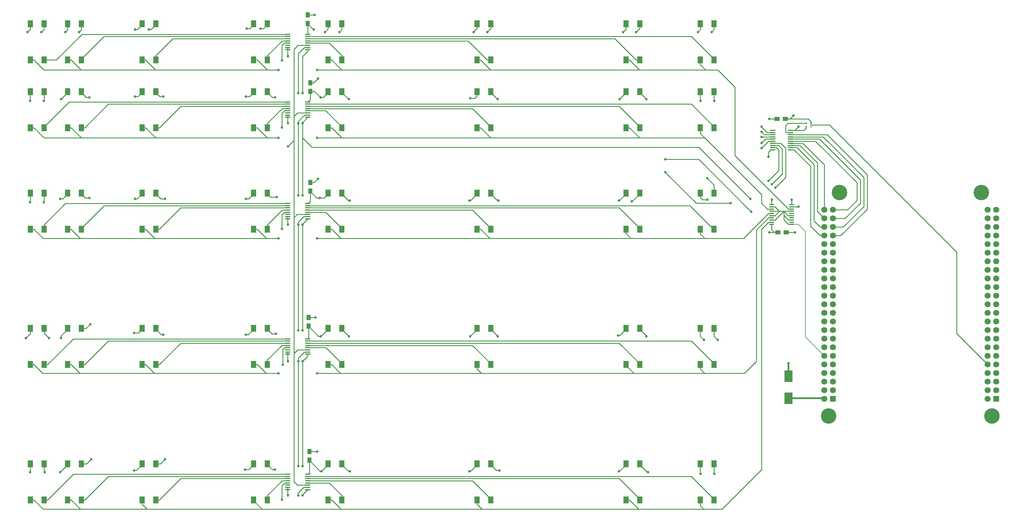
<source format=gtl>
G04 #@! TF.FileFunction,Copper,L1,Top,Signal*
%FSLAX46Y46*%
G04 Gerber Fmt 4.6, Leading zero omitted, Abs format (unit mm)*
G04 Created by KiCad (PCBNEW no-vcs-found-product) date Seg 25 Abr 2016 23:01:13 BRT*
%MOMM*%
G01*
G04 APERTURE LIST*
%ADD10C,0.100000*%
%ADD11R,1.500000X1.250000*%
%ADD12R,2.400300X3.500120*%
%ADD13R,1.250000X1.500000*%
%ADD14R,1.600000X2.100000*%
%ADD15R,1.450000X0.450000*%
%ADD16O,1.658620X0.408940*%
%ADD17O,0.657860X0.299720*%
%ADD18C,4.572000*%
%ADD19R,1.800000X1.800000*%
%ADD20C,1.800000*%
%ADD21R,1.500000X0.450000*%
%ADD22C,0.762000*%
%ADD23C,0.508000*%
%ADD24C,0.254000*%
%ADD25C,0.203200*%
G04 APERTURE END LIST*
D10*
D11*
X286360000Y-116280000D03*
X283860000Y-116280000D03*
D12*
X287000000Y-158748800D03*
X287000000Y-165251200D03*
D11*
X283606000Y-82752000D03*
X286106000Y-82752000D03*
D13*
X144902000Y-54538000D03*
X144902000Y-52038000D03*
X145664000Y-74584000D03*
X145664000Y-72084000D03*
X145664000Y-104068000D03*
X145664000Y-101568000D03*
X145156000Y-143946000D03*
X145156000Y-141446000D03*
X145410000Y-183570000D03*
X145410000Y-181070000D03*
D14*
X62968000Y-54666000D03*
X67032000Y-54666000D03*
X62968000Y-65334000D03*
X67032000Y-65334000D03*
X73968000Y-54666000D03*
X78032000Y-54666000D03*
X73968000Y-65334000D03*
X78032000Y-65334000D03*
X95968000Y-54666000D03*
X100032000Y-54666000D03*
X95968000Y-65334000D03*
X100032000Y-65334000D03*
X128968000Y-54666000D03*
X133032000Y-54666000D03*
X128968000Y-65334000D03*
X133032000Y-65334000D03*
X150968000Y-54666000D03*
X155032000Y-54666000D03*
X150968000Y-65334000D03*
X155032000Y-65334000D03*
X194968000Y-54666000D03*
X199032000Y-54666000D03*
X194968000Y-65334000D03*
X199032000Y-65334000D03*
X238968000Y-54666000D03*
X243032000Y-54666000D03*
X238968000Y-65334000D03*
X243032000Y-65334000D03*
X260968000Y-54666000D03*
X265032000Y-54666000D03*
X260968000Y-65334000D03*
X265032000Y-65334000D03*
X62968000Y-74666000D03*
X67032000Y-74666000D03*
X62968000Y-85334000D03*
X67032000Y-85334000D03*
X73968000Y-74666000D03*
X78032000Y-74666000D03*
X73968000Y-85334000D03*
X78032000Y-85334000D03*
X95968000Y-74666000D03*
X100032000Y-74666000D03*
X95968000Y-85334000D03*
X100032000Y-85334000D03*
X128968000Y-74666000D03*
X133032000Y-74666000D03*
X128968000Y-85334000D03*
X133032000Y-85334000D03*
X150968000Y-74666000D03*
X155032000Y-74666000D03*
X150968000Y-85334000D03*
X155032000Y-85334000D03*
X194968000Y-74666000D03*
X199032000Y-74666000D03*
X194968000Y-85334000D03*
X199032000Y-85334000D03*
X238968000Y-74666000D03*
X243032000Y-74666000D03*
X238968000Y-85334000D03*
X243032000Y-85334000D03*
X260968000Y-74666000D03*
X265032000Y-74666000D03*
X260968000Y-85334000D03*
X265032000Y-85334000D03*
X62968000Y-104666000D03*
X67032000Y-104666000D03*
X62968000Y-115334000D03*
X67032000Y-115334000D03*
X73968000Y-104666000D03*
X78032000Y-104666000D03*
X73968000Y-115334000D03*
X78032000Y-115334000D03*
X95968000Y-104666000D03*
X100032000Y-104666000D03*
X95968000Y-115334000D03*
X100032000Y-115334000D03*
X128968000Y-104666000D03*
X133032000Y-104666000D03*
X128968000Y-115334000D03*
X133032000Y-115334000D03*
X150968000Y-104666000D03*
X155032000Y-104666000D03*
X150968000Y-115334000D03*
X155032000Y-115334000D03*
X194968000Y-104666000D03*
X199032000Y-104666000D03*
X194968000Y-115334000D03*
X199032000Y-115334000D03*
X238968000Y-104666000D03*
X243032000Y-104666000D03*
X238968000Y-115334000D03*
X243032000Y-115334000D03*
X260968000Y-104666000D03*
X265032000Y-104666000D03*
X260968000Y-115334000D03*
X265032000Y-115334000D03*
X62968000Y-144666000D03*
X67032000Y-144666000D03*
X62968000Y-155334000D03*
X67032000Y-155334000D03*
X73968000Y-144666000D03*
X78032000Y-144666000D03*
X73968000Y-155334000D03*
X78032000Y-155334000D03*
X95968000Y-144666000D03*
X100032000Y-144666000D03*
X95968000Y-155334000D03*
X100032000Y-155334000D03*
X128968000Y-144666000D03*
X133032000Y-144666000D03*
X128968000Y-155334000D03*
X133032000Y-155334000D03*
X150968000Y-144666000D03*
X155032000Y-144666000D03*
X150968000Y-155334000D03*
X155032000Y-155334000D03*
X194968000Y-144666000D03*
X199032000Y-144666000D03*
X194968000Y-155334000D03*
X199032000Y-155334000D03*
X238968000Y-144666000D03*
X243032000Y-144666000D03*
X238968000Y-155334000D03*
X243032000Y-155334000D03*
X260968000Y-144666000D03*
X265032000Y-144666000D03*
X260968000Y-155334000D03*
X265032000Y-155334000D03*
X62968000Y-184666000D03*
X67032000Y-184666000D03*
X62968000Y-195334000D03*
X67032000Y-195334000D03*
X73968000Y-184666000D03*
X78032000Y-184666000D03*
X73968000Y-195334000D03*
X78032000Y-195334000D03*
X95968000Y-184666000D03*
X100032000Y-184666000D03*
X95968000Y-195334000D03*
X100032000Y-195334000D03*
X128968000Y-184666000D03*
X133032000Y-184666000D03*
X128968000Y-195334000D03*
X133032000Y-195334000D03*
X150968000Y-184666000D03*
X155032000Y-184666000D03*
X150968000Y-195334000D03*
X155032000Y-195334000D03*
X194968000Y-184666000D03*
X199032000Y-184666000D03*
X194968000Y-195334000D03*
X199032000Y-195334000D03*
X238968000Y-184666000D03*
X243032000Y-184666000D03*
X238968000Y-195334000D03*
X243032000Y-195334000D03*
X260968000Y-184666000D03*
X265032000Y-184666000D03*
X260968000Y-195334000D03*
X265032000Y-195334000D03*
D15*
X282050000Y-108075000D03*
X282050000Y-108725000D03*
X282050000Y-109375000D03*
X282050000Y-110025000D03*
X282050000Y-110675000D03*
X282050000Y-111325000D03*
X282050000Y-111975000D03*
X282050000Y-112625000D03*
X282050000Y-113275000D03*
X282050000Y-113925000D03*
X287950000Y-113925000D03*
X287950000Y-113275000D03*
X287950000Y-112625000D03*
X287950000Y-111975000D03*
X287950000Y-111325000D03*
X287950000Y-110675000D03*
X287950000Y-110025000D03*
X287950000Y-109375000D03*
X287950000Y-108725000D03*
X287950000Y-108075000D03*
D16*
X282371100Y-86142500D03*
X282371100Y-86777500D03*
X282371100Y-87412500D03*
X282371100Y-88047500D03*
X282371100Y-88682500D03*
X282371100Y-89317500D03*
X282371100Y-89952500D03*
X282371100Y-90587500D03*
X282371100Y-91222500D03*
X282371100Y-91857500D03*
X287628900Y-91857500D03*
X287628900Y-91222500D03*
X287628900Y-90587500D03*
X287628900Y-89952500D03*
X287628900Y-89317500D03*
X287628900Y-88682500D03*
X287628900Y-88047500D03*
X287628900Y-87412500D03*
X287628900Y-86777500D03*
X287628900Y-86142500D03*
D17*
X293718060Y-85027840D03*
X293718060Y-84530000D03*
X293718060Y-84032160D03*
X292249940Y-84032160D03*
X292249940Y-85027840D03*
D18*
X343955000Y-104535000D03*
X347130000Y-170575000D03*
X298870000Y-170575000D03*
X302045000Y-104535000D03*
D19*
X348400000Y-165495000D03*
D20*
X345860000Y-165495000D03*
X348400000Y-162955000D03*
X345860000Y-162955000D03*
X348400000Y-160415000D03*
X345860000Y-160415000D03*
X348400000Y-157875000D03*
X345860000Y-157875000D03*
X348400000Y-155335000D03*
X345860000Y-155335000D03*
X348400000Y-152795000D03*
X345860000Y-152795000D03*
X348400000Y-150255000D03*
X345860000Y-150255000D03*
X348400000Y-147715000D03*
X345860000Y-147715000D03*
X348400000Y-145175000D03*
X345860000Y-145175000D03*
X348400000Y-142635000D03*
X345860000Y-142635000D03*
X348400000Y-140095000D03*
X345860000Y-140095000D03*
X348400000Y-137555000D03*
X345860000Y-137555000D03*
X348400000Y-135015000D03*
X345860000Y-135015000D03*
X348400000Y-132475000D03*
X345860000Y-132475000D03*
X348400000Y-129935000D03*
X345860000Y-129935000D03*
X348400000Y-127395000D03*
X345860000Y-127395000D03*
X348400000Y-124855000D03*
X345860000Y-124855000D03*
X348400000Y-122315000D03*
X345860000Y-122315000D03*
X348400000Y-119775000D03*
X345860000Y-119775000D03*
X348400000Y-117235000D03*
X345860000Y-117235000D03*
X348400000Y-114695000D03*
X345860000Y-114695000D03*
X348400000Y-112155000D03*
X345860000Y-112155000D03*
X348400000Y-109615000D03*
X345860000Y-109615000D03*
D19*
X300140000Y-165495000D03*
D20*
X297600000Y-165495000D03*
X300140000Y-162955000D03*
X297600000Y-162955000D03*
X300140000Y-160415000D03*
X297600000Y-160415000D03*
X300140000Y-157875000D03*
X297600000Y-157875000D03*
X300140000Y-155335000D03*
X297600000Y-155335000D03*
X300140000Y-152795000D03*
X297600000Y-152795000D03*
X300140000Y-150255000D03*
X297600000Y-150255000D03*
X300140000Y-147715000D03*
X297600000Y-147715000D03*
X300140000Y-145175000D03*
X297600000Y-145175000D03*
X300140000Y-142635000D03*
X297600000Y-142635000D03*
X300140000Y-140095000D03*
X297600000Y-140095000D03*
X300140000Y-137555000D03*
X297600000Y-137555000D03*
X300140000Y-135015000D03*
X297600000Y-135015000D03*
X300140000Y-132475000D03*
X297600000Y-132475000D03*
X300140000Y-129935000D03*
X297600000Y-129935000D03*
X300140000Y-127395000D03*
X297600000Y-127395000D03*
X300140000Y-124855000D03*
X297600000Y-124855000D03*
X300140000Y-122315000D03*
X297600000Y-122315000D03*
X300140000Y-119775000D03*
X297600000Y-119775000D03*
X300140000Y-117235000D03*
X297600000Y-117235000D03*
X300140000Y-114695000D03*
X297600000Y-114695000D03*
X300140000Y-112155000D03*
X297600000Y-112155000D03*
X300140000Y-109615000D03*
X297600000Y-109615000D03*
D21*
X139050000Y-57725000D03*
X139050000Y-58375000D03*
X139050000Y-59025000D03*
X139050000Y-59675000D03*
X139050000Y-60325000D03*
X139050000Y-60975000D03*
X139050000Y-61625000D03*
X139050000Y-62275000D03*
X144950000Y-62275000D03*
X144950000Y-61625000D03*
X144950000Y-60975000D03*
X144950000Y-60325000D03*
X144950000Y-59675000D03*
X144950000Y-59025000D03*
X144950000Y-58375000D03*
X144950000Y-57725000D03*
X139050000Y-77725000D03*
X139050000Y-78375000D03*
X139050000Y-79025000D03*
X139050000Y-79675000D03*
X139050000Y-80325000D03*
X139050000Y-80975000D03*
X139050000Y-81625000D03*
X139050000Y-82275000D03*
X144950000Y-82275000D03*
X144950000Y-81625000D03*
X144950000Y-80975000D03*
X144950000Y-80325000D03*
X144950000Y-79675000D03*
X144950000Y-79025000D03*
X144950000Y-78375000D03*
X144950000Y-77725000D03*
X139050000Y-107725000D03*
X139050000Y-108375000D03*
X139050000Y-109025000D03*
X139050000Y-109675000D03*
X139050000Y-110325000D03*
X139050000Y-110975000D03*
X139050000Y-111625000D03*
X139050000Y-112275000D03*
X144950000Y-112275000D03*
X144950000Y-111625000D03*
X144950000Y-110975000D03*
X144950000Y-110325000D03*
X144950000Y-109675000D03*
X144950000Y-109025000D03*
X144950000Y-108375000D03*
X144950000Y-107725000D03*
X139050000Y-147725000D03*
X139050000Y-148375000D03*
X139050000Y-149025000D03*
X139050000Y-149675000D03*
X139050000Y-150325000D03*
X139050000Y-150975000D03*
X139050000Y-151625000D03*
X139050000Y-152275000D03*
X144950000Y-152275000D03*
X144950000Y-151625000D03*
X144950000Y-150975000D03*
X144950000Y-150325000D03*
X144950000Y-149675000D03*
X144950000Y-149025000D03*
X144950000Y-148375000D03*
X144950000Y-147725000D03*
X139050000Y-187725000D03*
X139050000Y-188375000D03*
X139050000Y-189025000D03*
X139050000Y-189675000D03*
X139050000Y-190325000D03*
X139050000Y-190975000D03*
X139050000Y-191625000D03*
X139050000Y-192275000D03*
X144950000Y-192275000D03*
X144950000Y-191625000D03*
X144950000Y-190975000D03*
X144950000Y-190325000D03*
X144950000Y-189675000D03*
X144950000Y-189025000D03*
X144950000Y-188375000D03*
X144950000Y-187725000D03*
D22*
X287000000Y-155000000D03*
X281300000Y-82752000D03*
X289936000Y-85038000D03*
X288920000Y-116280000D03*
X287904000Y-106628000D03*
X260980000Y-187654000D03*
X236850000Y-186892000D03*
X192654000Y-186892000D03*
X148966000Y-186892000D03*
X126360000Y-186384000D03*
X93594000Y-186638000D03*
X71750000Y-187146000D03*
X62860000Y-187146000D03*
X261996000Y-148030000D03*
X236596000Y-146760000D03*
X192908000Y-147014000D03*
X148712000Y-147014000D03*
X126614000Y-146506000D03*
X93594000Y-145998000D03*
X72004000Y-147522000D03*
X61590000Y-147522000D03*
X263012000Y-106628000D03*
X236850000Y-106882000D03*
X192654000Y-106882000D03*
X148458000Y-106120000D03*
X126614000Y-106374000D03*
X93848000Y-106374000D03*
X71750000Y-106374000D03*
X62860000Y-107390000D03*
X260980000Y-77418000D03*
X237104000Y-76910000D03*
X192908000Y-76656000D03*
X148712000Y-76402000D03*
X126614000Y-76148000D03*
X93848000Y-76148000D03*
X72004000Y-76910000D03*
X62860000Y-77418000D03*
X146680000Y-56336000D03*
X260218000Y-57098000D03*
X238120000Y-57098000D03*
X193924000Y-57098000D03*
X149982000Y-57098000D03*
X126868000Y-56082000D03*
X93848000Y-56336000D03*
X73274000Y-57098000D03*
X62098000Y-57098000D03*
X147948981Y-100450981D03*
X288412000Y-81736000D03*
X281046000Y-93928000D03*
X281300000Y-116280000D03*
X289936000Y-108660000D03*
X282062000Y-106628000D03*
X139060000Y-194004000D03*
X147696000Y-181050000D03*
X265044000Y-187654000D03*
X245486000Y-187146000D03*
X201544000Y-186638000D03*
X157348000Y-186892000D03*
X135250000Y-186384000D03*
X102738000Y-183336000D03*
X80894000Y-183336000D03*
X67178000Y-187146000D03*
X139060000Y-154380000D03*
X147188000Y-141426000D03*
X266060000Y-148030000D03*
X244978000Y-147014000D03*
X201036000Y-147014000D03*
X157094000Y-147014000D03*
X135504000Y-146252000D03*
X102230000Y-146506000D03*
X80640000Y-143458000D03*
X68448000Y-147522000D03*
X139060000Y-113994000D03*
X263012000Y-100278000D03*
X240660000Y-107136000D03*
X201290000Y-106882000D03*
X157348000Y-106882000D03*
X135758000Y-105866000D03*
X102738000Y-106374000D03*
X80386000Y-106120000D03*
X66924000Y-107390000D03*
X147950000Y-70814000D03*
X139060000Y-84022000D03*
X265044000Y-77418000D03*
X244978000Y-76910000D03*
X201036000Y-76910000D03*
X157094000Y-76910000D03*
X135250000Y-76402000D03*
X102230000Y-76148000D03*
X80386000Y-76402000D03*
X66924000Y-77418000D03*
X146934000Y-52018000D03*
X139060000Y-64210000D03*
X264282000Y-57098000D03*
X241930000Y-57098000D03*
X197988000Y-57098000D03*
X154300000Y-57098000D03*
X130932000Y-56082000D03*
X97912000Y-56336000D03*
X77338000Y-57098006D03*
X66162000Y-57098000D03*
X136265996Y-68274000D03*
X147696000Y-68274000D03*
X136266000Y-88340000D03*
X147696000Y-88340000D03*
X136266000Y-118058000D03*
X147696000Y-118058000D03*
X136266000Y-157936000D03*
X147696000Y-157936000D03*
X279013996Y-85038000D03*
X137282000Y-65480004D03*
X279014000Y-86562000D03*
X137282000Y-85292000D03*
X279014000Y-88086000D03*
X137282000Y-115264000D03*
X279014000Y-89864000D03*
X137536000Y-155396000D03*
X279014000Y-91388004D03*
X137282000Y-195274000D03*
X275965998Y-110184000D03*
X283078000Y-103072000D03*
X250566000Y-94690000D03*
X139060000Y-90880000D03*
X250566000Y-98500000D03*
X269870000Y-107644008D03*
X282062000Y-102056000D03*
X142108000Y-194003990D03*
X142108000Y-185368000D03*
X142108000Y-154379976D03*
X142108000Y-145236004D03*
X142108000Y-113993962D03*
X142108000Y-105358000D03*
X142108000Y-84022000D03*
X142108000Y-75132000D03*
X281046000Y-101040000D03*
X275712000Y-106374000D03*
X143378000Y-194004000D03*
X143378000Y-185368000D03*
X143378000Y-154380000D03*
X143378000Y-145236000D03*
X143378000Y-113994000D03*
X143378000Y-105358000D03*
X143378000Y-84022000D03*
X143378000Y-75132000D03*
D23*
X287000000Y-158748800D02*
X287000000Y-155000000D01*
D24*
X283606000Y-82752000D02*
X281300000Y-82752000D01*
X287628900Y-86142500D02*
X288831500Y-86142500D01*
X288831500Y-86142500D02*
X289936000Y-85038000D01*
X287628900Y-86142500D02*
X291539140Y-86142500D01*
X291539140Y-86142500D02*
X292249940Y-85431700D01*
X292249940Y-85431700D02*
X292249940Y-85027840D01*
X286360000Y-116280000D02*
X288920000Y-116280000D01*
X287950000Y-108075000D02*
X287950000Y-106674000D01*
X287950000Y-106674000D02*
X287904000Y-106628000D01*
X145410000Y-183570000D02*
X145410000Y-187265000D01*
X145410000Y-187265000D02*
X144950000Y-187725000D01*
X145410000Y-183570000D02*
X145410000Y-183695000D01*
X145410000Y-183695000D02*
X148607000Y-186892000D01*
X148607000Y-186892000D02*
X148966000Y-186892000D01*
X260968000Y-184666000D02*
X260968000Y-187642000D01*
X260968000Y-187642000D02*
X260980000Y-187654000D01*
X238968000Y-184666000D02*
X238968000Y-184916000D01*
X238968000Y-184916000D02*
X236992000Y-186892000D01*
X236992000Y-186892000D02*
X236850000Y-186892000D01*
X194968000Y-184666000D02*
X194968000Y-184916000D01*
X194968000Y-184916000D02*
X192992000Y-186892000D01*
X192992000Y-186892000D02*
X192654000Y-186892000D01*
X150968000Y-184666000D02*
X150968000Y-184916000D01*
X150968000Y-184916000D02*
X148992000Y-186892000D01*
X148992000Y-186892000D02*
X148966000Y-186892000D01*
X128968000Y-184666000D02*
X128968000Y-184916000D01*
X128968000Y-184916000D02*
X127500000Y-186384000D01*
X127500000Y-186384000D02*
X126360000Y-186384000D01*
X95968000Y-184666000D02*
X95968000Y-184916000D01*
X95968000Y-184916000D02*
X94246000Y-186638000D01*
X94246000Y-186638000D02*
X93594000Y-186638000D01*
X73968000Y-184666000D02*
X73968000Y-184916000D01*
X73968000Y-184916000D02*
X71750000Y-187134000D01*
X71750000Y-187134000D02*
X71750000Y-187146000D01*
X62968000Y-184666000D02*
X62968000Y-187038000D01*
X62968000Y-187038000D02*
X62860000Y-187146000D01*
X145156000Y-143946000D02*
X145156000Y-144071000D01*
X148173185Y-147014000D02*
X148712000Y-147014000D01*
X145156000Y-144071000D02*
X148099000Y-147014000D01*
X148099000Y-147014000D02*
X148173185Y-147014000D01*
X145156000Y-143946000D02*
X145156000Y-147519000D01*
X145156000Y-147519000D02*
X144950000Y-147725000D01*
X260968000Y-144666000D02*
X260968000Y-147002000D01*
X260968000Y-147002000D02*
X261996000Y-148030000D01*
X238968000Y-144666000D02*
X238968000Y-144916000D01*
X238968000Y-144916000D02*
X237124000Y-146760000D01*
X237124000Y-146760000D02*
X236596000Y-146760000D01*
X194968000Y-144666000D02*
X194968000Y-144916000D01*
X192908000Y-146976000D02*
X192908000Y-147014000D01*
X194968000Y-144916000D02*
X192908000Y-146976000D01*
X150968000Y-144666000D02*
X150968000Y-144916000D01*
X150968000Y-144916000D02*
X148870000Y-147014000D01*
X148870000Y-147014000D02*
X148712000Y-147014000D01*
X128968000Y-144666000D02*
X128968000Y-144916000D01*
X128968000Y-144916000D02*
X127378000Y-146506000D01*
X127378000Y-146506000D02*
X126614000Y-146506000D01*
X95968000Y-144666000D02*
X95968000Y-144916000D01*
X95968000Y-144916000D02*
X94886000Y-145998000D01*
X94886000Y-145998000D02*
X93594000Y-145998000D01*
X73968000Y-144666000D02*
X73968000Y-144916000D01*
X73968000Y-144916000D02*
X72004000Y-146880000D01*
X72004000Y-146880000D02*
X72004000Y-147522000D01*
X62968000Y-144666000D02*
X62968000Y-146144000D01*
X62968000Y-146144000D02*
X61590000Y-147522000D01*
X145664000Y-104068000D02*
X145664000Y-104193000D01*
X145664000Y-104193000D02*
X147591000Y-106120000D01*
X147591000Y-106120000D02*
X147919185Y-106120000D01*
X147919185Y-106120000D02*
X148458000Y-106120000D01*
X145664000Y-104068000D02*
X145664000Y-107011000D01*
X145664000Y-107011000D02*
X144950000Y-107725000D01*
X260968000Y-104666000D02*
X260968000Y-105970000D01*
X260968000Y-105970000D02*
X261626000Y-106628000D01*
X261626000Y-106628000D02*
X263012000Y-106628000D01*
X238968000Y-104666000D02*
X238968000Y-104916000D01*
X238968000Y-104916000D02*
X237002000Y-106882000D01*
X237002000Y-106882000D02*
X236850000Y-106882000D01*
X194968000Y-104666000D02*
X194968000Y-104916000D01*
X194968000Y-104916000D02*
X193002000Y-106882000D01*
X193002000Y-106882000D02*
X192654000Y-106882000D01*
X150968000Y-104666000D02*
X150968000Y-104916000D01*
X150968000Y-104916000D02*
X149764000Y-106120000D01*
X149764000Y-106120000D02*
X148458000Y-106120000D01*
X128968000Y-104666000D02*
X128968000Y-104916000D01*
X128968000Y-104916000D02*
X127510000Y-106374000D01*
X127510000Y-106374000D02*
X126614000Y-106374000D01*
X95968000Y-104666000D02*
X95968000Y-104916000D01*
X95968000Y-104916000D02*
X94510000Y-106374000D01*
X94510000Y-106374000D02*
X93848000Y-106374000D01*
X73968000Y-104666000D02*
X73968000Y-104916000D01*
X73968000Y-104916000D02*
X72510000Y-106374000D01*
X72510000Y-106374000D02*
X71750000Y-106374000D01*
X62968000Y-104666000D02*
X62968000Y-107282000D01*
X62968000Y-107282000D02*
X62860000Y-107390000D01*
X145664000Y-74584000D02*
X146894000Y-74584000D01*
X146894000Y-74584000D02*
X148712000Y-76402000D01*
X145664000Y-74584000D02*
X145664000Y-77011000D01*
X145664000Y-77011000D02*
X144950000Y-77725000D01*
X260968000Y-74666000D02*
X260968000Y-77406000D01*
X260968000Y-77406000D02*
X260980000Y-77418000D01*
X238968000Y-74666000D02*
X238968000Y-74916000D01*
X238968000Y-74916000D02*
X237104000Y-76780000D01*
X237104000Y-76780000D02*
X237104000Y-76910000D01*
X194968000Y-74666000D02*
X194968000Y-75970000D01*
X194968000Y-75970000D02*
X194282000Y-76656000D01*
X194282000Y-76656000D02*
X192908000Y-76656000D01*
X150968000Y-74666000D02*
X150968000Y-74916000D01*
X150968000Y-74916000D02*
X149482000Y-76402000D01*
X149482000Y-76402000D02*
X148712000Y-76402000D01*
X128968000Y-74666000D02*
X128968000Y-74916000D01*
X128968000Y-74916000D02*
X127736000Y-76148000D01*
X127736000Y-76148000D02*
X126614000Y-76148000D01*
X95968000Y-74666000D02*
X95968000Y-74916000D01*
X95968000Y-74916000D02*
X94736000Y-76148000D01*
X94736000Y-76148000D02*
X93848000Y-76148000D01*
X73968000Y-74666000D02*
X73968000Y-74916000D01*
X73968000Y-74916000D02*
X72004000Y-76880000D01*
X72004000Y-76880000D02*
X72004000Y-76910000D01*
X62968000Y-74666000D02*
X62968000Y-74916000D01*
X62968000Y-74916000D02*
X62860000Y-75024000D01*
X62860000Y-75024000D02*
X62860000Y-77418000D01*
X144902000Y-54538000D02*
X144902000Y-54663000D01*
X144902000Y-54663000D02*
X146575000Y-56336000D01*
X146575000Y-56336000D02*
X146680000Y-56336000D01*
X144950000Y-57725000D02*
X144950000Y-54586000D01*
X144950000Y-54586000D02*
X144902000Y-54538000D01*
X260968000Y-54666000D02*
X260968000Y-56348000D01*
X260968000Y-56348000D02*
X260218000Y-57098000D01*
X238968000Y-54666000D02*
X238968000Y-56250000D01*
X238968000Y-56250000D02*
X238120000Y-57098000D01*
X194968000Y-54666000D02*
X194968000Y-55970000D01*
X194968000Y-55970000D02*
X193924000Y-57014000D01*
X193924000Y-57014000D02*
X193924000Y-57098000D01*
X150968000Y-54666000D02*
X150968000Y-56112000D01*
X150968000Y-56112000D02*
X149982000Y-57098000D01*
X128968000Y-54666000D02*
X128968000Y-54916000D01*
X128968000Y-54916000D02*
X127802000Y-56082000D01*
X127802000Y-56082000D02*
X126868000Y-56082000D01*
X95968000Y-54666000D02*
X95968000Y-54916000D01*
X95968000Y-54916000D02*
X94548000Y-56336000D01*
X94548000Y-56336000D02*
X93848000Y-56336000D01*
X73968000Y-54666000D02*
X73968000Y-56404000D01*
X73968000Y-56404000D02*
X73274000Y-57098000D01*
X62968000Y-54666000D02*
X62968000Y-56228000D01*
X62968000Y-56228000D02*
X62098000Y-57098000D01*
X145664000Y-101568000D02*
X146831962Y-101568000D01*
X146831962Y-101568000D02*
X147948981Y-100450981D01*
D23*
X287000000Y-165251200D02*
X297356200Y-165251200D01*
X297356200Y-165251200D02*
X297600000Y-165495000D01*
D24*
X286106000Y-82752000D02*
X287396000Y-82752000D01*
X287396000Y-82752000D02*
X288412000Y-81736000D01*
X286106000Y-82752000D02*
X292841760Y-82752000D01*
X292841760Y-82752000D02*
X293718060Y-83628300D01*
X293718060Y-83628300D02*
X293718060Y-84032160D01*
X282371100Y-91857500D02*
X281746260Y-91857500D01*
X281746260Y-91857500D02*
X281046000Y-92557760D01*
X281046000Y-92557760D02*
X281046000Y-93928000D01*
X283860000Y-116280000D02*
X281300000Y-116280000D01*
X287950000Y-108725000D02*
X289871000Y-108725000D01*
X289871000Y-108725000D02*
X289936000Y-108660000D01*
X282050000Y-108075000D02*
X282050000Y-106640000D01*
X282050000Y-106640000D02*
X282062000Y-106628000D01*
X283860000Y-116280000D02*
X282856000Y-116280000D01*
X282856000Y-116280000D02*
X282050000Y-115474000D01*
X282050000Y-115474000D02*
X282050000Y-114404000D01*
X282050000Y-114404000D02*
X282050000Y-113925000D01*
X139050000Y-192275000D02*
X139050000Y-193994000D01*
X139050000Y-193994000D02*
X139060000Y-194004000D01*
X139050000Y-191625000D02*
X139050000Y-192275000D01*
X145410000Y-181070000D02*
X147676000Y-181070000D01*
X147676000Y-181070000D02*
X147696000Y-181050000D01*
X265032000Y-184666000D02*
X265032000Y-187642000D01*
X265032000Y-187642000D02*
X265044000Y-187654000D01*
X243032000Y-184666000D02*
X243032000Y-184916000D01*
X243032000Y-184916000D02*
X245262000Y-187146000D01*
X245262000Y-187146000D02*
X245486000Y-187146000D01*
X199032000Y-184666000D02*
X199032000Y-184916000D01*
X199032000Y-184916000D02*
X200754000Y-186638000D01*
X200754000Y-186638000D02*
X201544000Y-186638000D01*
X155032000Y-184666000D02*
X155032000Y-184916000D01*
X155032000Y-184916000D02*
X157008000Y-186892000D01*
X157008000Y-186892000D02*
X157348000Y-186892000D01*
X133032000Y-184666000D02*
X133032000Y-184916000D01*
X133032000Y-184916000D02*
X134500000Y-186384000D01*
X134500000Y-186384000D02*
X135250000Y-186384000D01*
X100032000Y-184666000D02*
X101408000Y-184666000D01*
X101408000Y-184666000D02*
X102738000Y-183336000D01*
X78032000Y-184666000D02*
X79564000Y-184666000D01*
X79564000Y-184666000D02*
X80894000Y-183336000D01*
X67032000Y-184666000D02*
X67032000Y-187000000D01*
X67032000Y-187000000D02*
X67178000Y-187146000D01*
X139050000Y-152275000D02*
X139050000Y-154370000D01*
X139050000Y-154370000D02*
X139060000Y-154380000D01*
X139050000Y-151625000D02*
X139050000Y-152275000D01*
X145156000Y-141446000D02*
X147168000Y-141446000D01*
X147168000Y-141446000D02*
X147188000Y-141426000D01*
X265032000Y-144666000D02*
X265032000Y-147002000D01*
X265032000Y-147002000D02*
X266060000Y-148030000D01*
X243032000Y-144666000D02*
X243032000Y-144916000D01*
X243032000Y-144916000D02*
X244978000Y-146862000D01*
X244978000Y-146862000D02*
X244978000Y-147014000D01*
X199032000Y-144666000D02*
X199032000Y-144916000D01*
X199032000Y-144916000D02*
X201036000Y-146920000D01*
X201036000Y-146920000D02*
X201036000Y-147014000D01*
X155032000Y-144666000D02*
X155032000Y-144916000D01*
X155032000Y-144916000D02*
X157094000Y-146978000D01*
X157094000Y-146978000D02*
X157094000Y-147014000D01*
X133032000Y-144666000D02*
X133032000Y-144916000D01*
X133032000Y-144916000D02*
X134368000Y-146252000D01*
X134368000Y-146252000D02*
X135504000Y-146252000D01*
X100032000Y-144666000D02*
X100032000Y-144916000D01*
X100032000Y-144916000D02*
X101622000Y-146506000D01*
X101622000Y-146506000D02*
X102230000Y-146506000D01*
X78032000Y-144666000D02*
X79432000Y-144666000D01*
X79432000Y-144666000D02*
X80640000Y-143458000D01*
X67032000Y-144666000D02*
X67032000Y-146106000D01*
X67032000Y-146106000D02*
X68448000Y-147522000D01*
X139050000Y-112275000D02*
X139050000Y-113984000D01*
X139050000Y-113984000D02*
X139060000Y-113994000D01*
X139050000Y-111625000D02*
X139050000Y-112275000D01*
X265032000Y-104666000D02*
X265032000Y-102298000D01*
X265032000Y-102298000D02*
X263012000Y-100278000D01*
X243032000Y-104666000D02*
X243032000Y-104916000D01*
X243032000Y-104916000D02*
X240812000Y-107136000D01*
X240812000Y-107136000D02*
X240660000Y-107136000D01*
X199032000Y-104666000D02*
X199032000Y-104916000D01*
X199032000Y-104916000D02*
X200998000Y-106882000D01*
X200998000Y-106882000D02*
X201290000Y-106882000D01*
X155032000Y-104666000D02*
X155032000Y-104916000D01*
X155032000Y-104916000D02*
X156998000Y-106882000D01*
X156998000Y-106882000D02*
X157348000Y-106882000D01*
X133032000Y-104666000D02*
X133032000Y-104916000D01*
X133032000Y-104916000D02*
X133982000Y-105866000D01*
X133982000Y-105866000D02*
X135758000Y-105866000D01*
X100032000Y-104666000D02*
X100032000Y-104916000D01*
X100032000Y-104916000D02*
X101490000Y-106374000D01*
X101490000Y-106374000D02*
X102738000Y-106374000D01*
X78032000Y-104666000D02*
X78032000Y-104916000D01*
X78032000Y-104916000D02*
X79236000Y-106120000D01*
X79236000Y-106120000D02*
X80386000Y-106120000D01*
X67032000Y-104666000D02*
X67032000Y-107282000D01*
X67032000Y-107282000D02*
X66924000Y-107390000D01*
X145664000Y-72084000D02*
X146680000Y-72084000D01*
X146680000Y-72084000D02*
X147950000Y-70814000D01*
X139050000Y-82275000D02*
X139050000Y-84012000D01*
X139050000Y-84012000D02*
X139060000Y-84022000D01*
X139050000Y-81625000D02*
X139050000Y-82275000D01*
X265032000Y-74666000D02*
X265032000Y-77406000D01*
X265032000Y-77406000D02*
X265044000Y-77418000D01*
X243032000Y-74666000D02*
X243032000Y-74916000D01*
X243032000Y-74916000D02*
X244978000Y-76862000D01*
X244978000Y-76862000D02*
X244978000Y-76910000D01*
X199032000Y-74666000D02*
X199032000Y-74916000D01*
X201026000Y-76910000D02*
X201036000Y-76910000D01*
X199032000Y-74916000D02*
X201026000Y-76910000D01*
X155032000Y-74666000D02*
X155032000Y-74916000D01*
X155032000Y-74916000D02*
X157026000Y-76910000D01*
X157026000Y-76910000D02*
X157094000Y-76910000D01*
X133032000Y-74666000D02*
X133032000Y-74916000D01*
X133032000Y-74916000D02*
X134518000Y-76402000D01*
X134518000Y-76402000D02*
X135250000Y-76402000D01*
X100032000Y-74666000D02*
X100032000Y-74916000D01*
X100032000Y-74916000D02*
X101264000Y-76148000D01*
X101264000Y-76148000D02*
X102230000Y-76148000D01*
X78032000Y-74666000D02*
X78032000Y-74916000D01*
X78032000Y-74916000D02*
X79518000Y-76402000D01*
X79518000Y-76402000D02*
X80386000Y-76402000D01*
X67032000Y-74666000D02*
X67032000Y-77310000D01*
X67032000Y-77310000D02*
X66924000Y-77418000D01*
X144902000Y-52038000D02*
X146914000Y-52038000D01*
X146914000Y-52038000D02*
X146934000Y-52018000D01*
X139050000Y-64200000D02*
X139060000Y-64210000D01*
X139050000Y-62275000D02*
X139050000Y-64200000D01*
X139050000Y-61625000D02*
X139050000Y-62275000D01*
X265032000Y-54666000D02*
X265032000Y-56348000D01*
X265032000Y-56348000D02*
X264282000Y-57098000D01*
X243032000Y-54666000D02*
X243032000Y-55996000D01*
X243032000Y-55996000D02*
X241930000Y-57098000D01*
X199032000Y-54666000D02*
X199032000Y-55970000D01*
X199032000Y-55970000D02*
X197988000Y-57014000D01*
X197988000Y-57014000D02*
X197988000Y-57098000D01*
X155032000Y-54666000D02*
X155032000Y-56366000D01*
X155032000Y-56366000D02*
X154300000Y-57098000D01*
X133032000Y-54666000D02*
X133032000Y-54916000D01*
X133032000Y-54916000D02*
X131866000Y-56082000D01*
X131866000Y-56082000D02*
X130932000Y-56082000D01*
X100032000Y-54666000D02*
X100032000Y-54916000D01*
X100032000Y-54916000D02*
X98612000Y-56336000D01*
X98612000Y-56336000D02*
X97912000Y-56336000D01*
X77718999Y-56717007D02*
X77338000Y-57098006D01*
X78032000Y-56404006D02*
X77718999Y-56717007D01*
X78032000Y-54666000D02*
X78032000Y-56404006D01*
X67032000Y-54666000D02*
X67032000Y-56228000D01*
X67032000Y-56228000D02*
X66162000Y-57098000D01*
X287950000Y-109375000D02*
X286971000Y-109375000D01*
X286971000Y-109375000D02*
X271140000Y-93544000D01*
X135727181Y-68274000D02*
X136265996Y-68274000D01*
X132962000Y-68274000D02*
X135727181Y-68274000D01*
X130022000Y-65334000D02*
X132962000Y-68274000D01*
X128968000Y-65334000D02*
X130022000Y-65334000D01*
X102230000Y-68274000D02*
X136265996Y-68274000D01*
X154962000Y-68274000D02*
X147696000Y-68274000D01*
X271140000Y-73354000D02*
X266060000Y-68274000D01*
X271140000Y-93544000D02*
X271140000Y-73354000D01*
X266060000Y-68274000D02*
X263774000Y-68274000D01*
X77962000Y-68274000D02*
X79878000Y-68274000D01*
X79878000Y-68274000D02*
X102230000Y-68274000D01*
X62968000Y-65334000D02*
X64022000Y-65334000D01*
X64022000Y-65334000D02*
X66962000Y-68274000D01*
X66962000Y-68274000D02*
X79878000Y-68274000D01*
X99962000Y-68274000D02*
X102230000Y-68274000D01*
X73968000Y-65334000D02*
X75022000Y-65334000D01*
X75022000Y-65334000D02*
X77962000Y-68274000D01*
X95968000Y-65334000D02*
X97022000Y-65334000D01*
X97022000Y-65334000D02*
X99962000Y-68274000D01*
X154962000Y-68274000D02*
X158364000Y-68274000D01*
X158364000Y-68274000D02*
X201036000Y-68274000D01*
X198962000Y-68274000D02*
X201036000Y-68274000D01*
X201036000Y-68274000D02*
X244216000Y-68274000D01*
X150968000Y-65334000D02*
X152022000Y-65334000D01*
X152022000Y-65334000D02*
X154962000Y-68274000D01*
X242962000Y-68274000D02*
X244216000Y-68274000D01*
X244216000Y-68274000D02*
X263774000Y-68274000D01*
X194968000Y-65334000D02*
X196022000Y-65334000D01*
X196022000Y-65334000D02*
X198962000Y-68274000D01*
X240022000Y-65334000D02*
X242962000Y-68274000D01*
X263774000Y-68274000D02*
X262504000Y-68274000D01*
X238968000Y-65334000D02*
X240022000Y-65334000D01*
X262504000Y-68274000D02*
X260968000Y-66738000D01*
X260968000Y-66738000D02*
X260968000Y-65334000D01*
X67032000Y-65334000D02*
X70626000Y-65334000D01*
X70626000Y-65334000D02*
X78235000Y-57725000D01*
X78235000Y-57725000D02*
X138046000Y-57725000D01*
X138046000Y-57725000D02*
X139050000Y-57725000D01*
X78032000Y-65334000D02*
X78032000Y-65084000D01*
X78032000Y-65084000D02*
X84741000Y-58375000D01*
X84741000Y-58375000D02*
X138046000Y-58375000D01*
X138046000Y-58375000D02*
X139050000Y-58375000D01*
X100032000Y-65334000D02*
X100032000Y-64030000D01*
X100032000Y-64030000D02*
X105037000Y-59025000D01*
X105037000Y-59025000D02*
X138046000Y-59025000D01*
X138046000Y-59025000D02*
X139050000Y-59025000D01*
X133032000Y-65334000D02*
X133032000Y-64030000D01*
X133032000Y-64030000D02*
X137387000Y-59675000D01*
X137387000Y-59675000D02*
X138046000Y-59675000D01*
X138046000Y-59675000D02*
X139050000Y-59675000D01*
X155032000Y-65334000D02*
X155032000Y-64030000D01*
X155032000Y-64030000D02*
X151327000Y-60325000D01*
X151327000Y-60325000D02*
X145954000Y-60325000D01*
X145954000Y-60325000D02*
X144950000Y-60325000D01*
X199032000Y-65334000D02*
X197978000Y-65334000D01*
X197978000Y-65334000D02*
X192319000Y-59675000D01*
X192319000Y-59675000D02*
X144950000Y-59675000D01*
X243032000Y-65334000D02*
X241978000Y-65334000D01*
X241978000Y-65334000D02*
X235669000Y-59025000D01*
X235669000Y-59025000D02*
X145954000Y-59025000D01*
X145954000Y-59025000D02*
X144950000Y-59025000D01*
X144950000Y-58375000D02*
X258323000Y-58375000D01*
X258323000Y-58375000D02*
X265032000Y-65084000D01*
X265032000Y-65084000D02*
X265032000Y-65334000D01*
X262250000Y-88340000D02*
X279014000Y-105104000D01*
X279014000Y-105104000D02*
X279014000Y-107644000D01*
X280745000Y-109375000D02*
X282050000Y-109375000D01*
X279014000Y-107644000D02*
X280745000Y-109375000D01*
X133028000Y-88340000D02*
X134234000Y-88340000D01*
X134234000Y-88340000D02*
X134488000Y-88340000D01*
X136266000Y-88340000D02*
X134234000Y-88340000D01*
X155028000Y-88340000D02*
X147696000Y-88340000D01*
X244978000Y-88340000D02*
X262250000Y-88340000D01*
X262250000Y-88340000D02*
X260968000Y-87058000D01*
X260968000Y-87058000D02*
X260968000Y-85334000D01*
X78028000Y-88340000D02*
X79370000Y-88340000D01*
X79370000Y-88340000D02*
X100452000Y-88340000D01*
X62968000Y-85334000D02*
X64022000Y-85334000D01*
X64022000Y-85334000D02*
X67028000Y-88340000D01*
X67028000Y-88340000D02*
X79370000Y-88340000D01*
X100028000Y-88340000D02*
X100452000Y-88340000D01*
X100452000Y-88340000D02*
X134488000Y-88340000D01*
X73968000Y-85334000D02*
X75022000Y-85334000D01*
X75022000Y-85334000D02*
X78028000Y-88340000D01*
X95968000Y-85334000D02*
X97022000Y-85334000D01*
X97022000Y-85334000D02*
X100028000Y-88340000D01*
X155028000Y-88340000D02*
X156078000Y-88340000D01*
X156078000Y-88340000D02*
X200020000Y-88340000D01*
X128968000Y-85334000D02*
X130022000Y-85334000D01*
X130022000Y-85334000D02*
X133028000Y-88340000D01*
X199028000Y-88340000D02*
X200020000Y-88340000D01*
X200020000Y-88340000D02*
X244978000Y-88340000D01*
X150968000Y-85334000D02*
X152022000Y-85334000D01*
X152022000Y-85334000D02*
X155028000Y-88340000D01*
X243028000Y-88340000D02*
X244978000Y-88340000D01*
X194968000Y-85334000D02*
X196022000Y-85334000D01*
X196022000Y-85334000D02*
X199028000Y-88340000D01*
X238968000Y-85334000D02*
X240022000Y-85334000D01*
X240022000Y-85334000D02*
X243028000Y-88340000D01*
X67032000Y-85334000D02*
X67032000Y-85084000D01*
X67032000Y-85084000D02*
X74391000Y-77725000D01*
X74391000Y-77725000D02*
X138046000Y-77725000D01*
X138046000Y-77725000D02*
X139050000Y-77725000D01*
X78032000Y-85334000D02*
X79086000Y-85334000D01*
X79086000Y-85334000D02*
X86045000Y-78375000D01*
X86045000Y-78375000D02*
X138046000Y-78375000D01*
X138046000Y-78375000D02*
X139050000Y-78375000D01*
X78032000Y-85334000D02*
X78032000Y-85084000D01*
X100032000Y-85334000D02*
X101086000Y-85334000D01*
X101086000Y-85334000D02*
X107395000Y-79025000D01*
X107395000Y-79025000D02*
X138046000Y-79025000D01*
X138046000Y-79025000D02*
X139050000Y-79025000D01*
X133032000Y-85334000D02*
X133032000Y-84030000D01*
X133032000Y-84030000D02*
X137387000Y-79675000D01*
X137387000Y-79675000D02*
X138046000Y-79675000D01*
X138046000Y-79675000D02*
X139050000Y-79675000D01*
X144950000Y-80325000D02*
X150273000Y-80325000D01*
X150273000Y-80325000D02*
X155032000Y-85084000D01*
X155032000Y-85084000D02*
X155032000Y-85334000D01*
X144950000Y-79675000D02*
X193623000Y-79675000D01*
X193623000Y-79675000D02*
X199032000Y-85084000D01*
X199032000Y-85084000D02*
X199032000Y-85334000D01*
X144950000Y-79025000D02*
X236973000Y-79025000D01*
X236973000Y-79025000D02*
X243032000Y-85084000D01*
X243032000Y-85084000D02*
X243032000Y-85334000D01*
X144950000Y-78375000D02*
X258323000Y-78375000D01*
X258323000Y-78375000D02*
X265032000Y-85084000D01*
X265032000Y-85084000D02*
X265032000Y-85334000D01*
X132746000Y-118058000D02*
X133218000Y-118058000D01*
X133218000Y-118058000D02*
X133472000Y-118058000D01*
X136266000Y-118058000D02*
X133218000Y-118058000D01*
X154746000Y-118058000D02*
X147696000Y-118058000D01*
X77746000Y-118058000D02*
X79370000Y-118058000D01*
X79370000Y-118058000D02*
X102484000Y-118058000D01*
X62968000Y-115334000D02*
X64022000Y-115334000D01*
X66746000Y-118058000D02*
X79370000Y-118058000D01*
X64022000Y-115334000D02*
X66746000Y-118058000D01*
X99746000Y-118058000D02*
X102484000Y-118058000D01*
X102484000Y-118058000D02*
X133472000Y-118058000D01*
X73968000Y-115334000D02*
X75022000Y-115334000D01*
X75022000Y-115334000D02*
X77746000Y-118058000D01*
X95968000Y-115334000D02*
X97022000Y-115334000D01*
X97022000Y-115334000D02*
X99746000Y-118058000D01*
X154746000Y-118058000D02*
X157348000Y-118058000D01*
X157348000Y-118058000D02*
X201036000Y-118058000D01*
X128968000Y-115334000D02*
X130022000Y-115334000D01*
X130022000Y-115334000D02*
X132746000Y-118058000D01*
X198746000Y-118058000D02*
X201036000Y-118058000D01*
X201036000Y-118058000D02*
X243200000Y-118058000D01*
X150968000Y-115334000D02*
X152022000Y-115334000D01*
X152022000Y-115334000D02*
X154746000Y-118058000D01*
X240388000Y-118058000D02*
X243200000Y-118058000D01*
X243200000Y-118058000D02*
X263774000Y-118058000D01*
X194968000Y-115334000D02*
X196022000Y-115334000D01*
X196022000Y-115334000D02*
X198746000Y-118058000D01*
X273688000Y-118058000D02*
X263774000Y-118058000D01*
X263774000Y-118058000D02*
X262250000Y-118058000D01*
X238968000Y-115334000D02*
X238968000Y-116638000D01*
X238968000Y-116638000D02*
X240388000Y-118058000D01*
X282050000Y-110675000D02*
X281071000Y-110675000D01*
X281071000Y-110675000D02*
X273688000Y-118058000D01*
X260968000Y-116776000D02*
X260968000Y-115334000D01*
X262250000Y-118058000D02*
X260968000Y-116776000D01*
X67032000Y-115334000D02*
X67032000Y-114030000D01*
X67032000Y-114030000D02*
X73337000Y-107725000D01*
X73337000Y-107725000D02*
X138046000Y-107725000D01*
X138046000Y-107725000D02*
X139050000Y-107725000D01*
X78032000Y-115334000D02*
X78032000Y-115084000D01*
X78032000Y-115084000D02*
X84741000Y-108375000D01*
X84741000Y-108375000D02*
X138046000Y-108375000D01*
X138046000Y-108375000D02*
X139050000Y-108375000D01*
X107420000Y-109000000D02*
X107445000Y-109025000D01*
X107445000Y-109025000D02*
X139050000Y-109025000D01*
X100032000Y-115334000D02*
X101086000Y-115334000D01*
X101086000Y-115334000D02*
X107420000Y-109000000D01*
X133032000Y-115334000D02*
X133032000Y-114030000D01*
X133032000Y-114030000D02*
X137387000Y-109675000D01*
X138046000Y-109675000D02*
X139050000Y-109675000D01*
X137387000Y-109675000D02*
X138046000Y-109675000D01*
X144950000Y-110325000D02*
X150273000Y-110325000D01*
X150273000Y-110325000D02*
X155032000Y-115084000D01*
X155032000Y-115084000D02*
X155032000Y-115334000D01*
X144950000Y-109675000D02*
X193623000Y-109675000D01*
X193623000Y-109675000D02*
X199032000Y-115084000D01*
X199032000Y-115084000D02*
X199032000Y-115334000D01*
X144950000Y-109025000D02*
X236973000Y-109025000D01*
X236973000Y-109025000D02*
X243032000Y-115084000D01*
X243032000Y-115084000D02*
X243032000Y-115334000D01*
X265032000Y-115334000D02*
X264860000Y-115334000D01*
X264860000Y-115334000D02*
X257901000Y-108375000D01*
X257901000Y-108375000D02*
X145954000Y-108375000D01*
X145954000Y-108375000D02*
X144950000Y-108375000D01*
X132624000Y-157936000D02*
X133472000Y-157936000D01*
X133472000Y-157936000D02*
X133726000Y-157936000D01*
X136266000Y-157936000D02*
X133472000Y-157936000D01*
X154624000Y-157936000D02*
X147696000Y-157936000D01*
X77624000Y-157936000D02*
X79116000Y-157936000D01*
X79116000Y-157936000D02*
X100706000Y-157936000D01*
X64022000Y-155334000D02*
X66624000Y-157936000D01*
X62968000Y-155334000D02*
X64022000Y-155334000D01*
X66624000Y-157936000D02*
X79116000Y-157936000D01*
X99624000Y-157936000D02*
X100706000Y-157936000D01*
X73968000Y-155334000D02*
X75022000Y-155334000D01*
X100706000Y-157936000D02*
X133726000Y-157936000D01*
X75022000Y-155334000D02*
X77624000Y-157936000D01*
X95968000Y-155334000D02*
X97022000Y-155334000D01*
X97022000Y-155334000D02*
X99624000Y-157936000D01*
X154624000Y-157936000D02*
X156840000Y-157936000D01*
X156840000Y-157936000D02*
X197734000Y-157936000D01*
X128968000Y-155334000D02*
X130022000Y-155334000D01*
X130022000Y-155334000D02*
X132624000Y-157936000D01*
X196266000Y-157936000D02*
X197734000Y-157936000D01*
X150968000Y-155334000D02*
X152022000Y-155334000D01*
X197734000Y-157936000D02*
X243708000Y-157936000D01*
X152022000Y-155334000D02*
X154624000Y-157936000D01*
X241320000Y-157936000D02*
X243708000Y-157936000D01*
X243708000Y-157936000D02*
X263012000Y-157936000D01*
X194968000Y-155334000D02*
X194968000Y-156638000D01*
X194968000Y-156638000D02*
X196266000Y-157936000D01*
X273934000Y-157936000D02*
X263012000Y-157936000D01*
X263012000Y-157936000D02*
X262250000Y-157936000D01*
X238968000Y-155334000D02*
X238968000Y-155584000D01*
X238968000Y-155584000D02*
X241320000Y-157936000D01*
X282050000Y-111975000D02*
X281071000Y-111975000D01*
X281071000Y-111975000D02*
X277490000Y-115556000D01*
X277490000Y-115556000D02*
X277490000Y-154380000D01*
X277490000Y-154380000D02*
X273934000Y-157936000D01*
X260968000Y-156654000D02*
X260968000Y-155334000D01*
X262250000Y-157936000D02*
X260968000Y-156654000D01*
X67032000Y-155334000D02*
X68086000Y-155334000D01*
X68086000Y-155334000D02*
X75695000Y-147725000D01*
X75695000Y-147725000D02*
X138046000Y-147725000D01*
X138046000Y-147725000D02*
X139050000Y-147725000D01*
X78032000Y-155334000D02*
X79086000Y-155334000D01*
X79086000Y-155334000D02*
X86045000Y-148375000D01*
X86045000Y-148375000D02*
X138046000Y-148375000D01*
X138046000Y-148375000D02*
X139050000Y-148375000D01*
X100032000Y-155334000D02*
X101086000Y-155334000D01*
X107395000Y-149025000D02*
X138046000Y-149025000D01*
X101086000Y-155334000D02*
X107395000Y-149025000D01*
X138046000Y-149025000D02*
X139050000Y-149025000D01*
X133032000Y-155334000D02*
X133032000Y-153968000D01*
X133032000Y-153968000D02*
X137325000Y-149675000D01*
X137325000Y-149675000D02*
X138046000Y-149675000D01*
X138046000Y-149675000D02*
X139050000Y-149675000D01*
X144950000Y-150325000D02*
X150273000Y-150325000D01*
X150273000Y-150325000D02*
X155032000Y-155084000D01*
X155032000Y-155084000D02*
X155032000Y-155334000D01*
X144950000Y-149675000D02*
X193623000Y-149675000D01*
X193623000Y-149675000D02*
X199032000Y-155084000D01*
X199032000Y-155084000D02*
X199032000Y-155334000D01*
X144950000Y-149025000D02*
X236973000Y-149025000D01*
X236973000Y-149025000D02*
X243032000Y-155084000D01*
X243032000Y-155084000D02*
X243032000Y-155334000D01*
X265032000Y-155334000D02*
X265032000Y-155084000D01*
X265032000Y-155084000D02*
X258323000Y-148375000D01*
X145954000Y-148375000D02*
X144950000Y-148375000D01*
X258323000Y-148375000D02*
X145954000Y-148375000D01*
X136266000Y-198068000D02*
X136012000Y-198068000D01*
X136012000Y-198068000D02*
X132456000Y-198068000D01*
X147696000Y-198068000D02*
X136012000Y-198068000D01*
X131452000Y-198068000D02*
X132456000Y-198068000D01*
X132456000Y-198068000D02*
X132964000Y-198068000D01*
X154756000Y-198068000D02*
X147696000Y-198068000D01*
X77756000Y-198068000D02*
X82672000Y-198068000D01*
X82672000Y-198068000D02*
X100706000Y-198068000D01*
X62968000Y-195334000D02*
X64022000Y-195334000D01*
X64022000Y-195334000D02*
X66756000Y-198068000D01*
X66756000Y-198068000D02*
X82672000Y-198068000D01*
X97398000Y-198068000D02*
X100706000Y-198068000D01*
X100706000Y-198068000D02*
X132964000Y-198068000D01*
X73968000Y-195334000D02*
X75022000Y-195334000D01*
X75022000Y-195334000D02*
X77756000Y-198068000D01*
X95968000Y-195334000D02*
X95968000Y-196638000D01*
X95968000Y-196638000D02*
X97398000Y-198068000D01*
X154756000Y-198068000D02*
X156078000Y-198068000D01*
X156078000Y-198068000D02*
X197734000Y-198068000D01*
X128968000Y-195334000D02*
X128968000Y-195584000D01*
X128968000Y-195584000D02*
X131452000Y-198068000D01*
X196398000Y-198068000D02*
X197734000Y-198068000D01*
X197734000Y-198068000D02*
X244978000Y-198068000D01*
X150968000Y-195334000D02*
X152022000Y-195334000D01*
X152022000Y-195334000D02*
X154756000Y-198068000D01*
X242756000Y-198068000D02*
X244978000Y-198068000D01*
X194968000Y-196638000D02*
X196398000Y-198068000D01*
X244978000Y-198068000D02*
X262504000Y-198068000D01*
X194968000Y-195334000D02*
X194968000Y-196638000D01*
X267330000Y-198068000D02*
X262504000Y-198068000D01*
X262504000Y-198068000D02*
X261996000Y-198068000D01*
X238968000Y-195334000D02*
X240022000Y-195334000D01*
X240022000Y-195334000D02*
X242756000Y-198068000D01*
X282050000Y-113275000D02*
X281071000Y-113275000D01*
X281071000Y-113275000D02*
X279014000Y-115332000D01*
X279014000Y-115332000D02*
X279014000Y-186384000D01*
X279014000Y-186384000D02*
X267330000Y-198068000D01*
X261996000Y-198068000D02*
X260968000Y-197040000D01*
X260968000Y-197040000D02*
X260968000Y-195334000D01*
X67032000Y-195334000D02*
X68086000Y-195334000D01*
X68086000Y-195334000D02*
X75695000Y-187725000D01*
X75695000Y-187725000D02*
X138046000Y-187725000D01*
X138046000Y-187725000D02*
X139050000Y-187725000D01*
X78032000Y-195334000D02*
X79086000Y-195334000D01*
X79086000Y-195334000D02*
X86045000Y-188375000D01*
X86045000Y-188375000D02*
X138046000Y-188375000D01*
X138046000Y-188375000D02*
X139050000Y-188375000D01*
X100032000Y-195334000D02*
X101086000Y-195334000D01*
X101086000Y-195334000D02*
X107395000Y-189025000D01*
X107395000Y-189025000D02*
X138046000Y-189025000D01*
X138046000Y-189025000D02*
X139050000Y-189025000D01*
X133032000Y-195334000D02*
X133032000Y-194030000D01*
X133032000Y-194030000D02*
X137387000Y-189675000D01*
X137387000Y-189675000D02*
X138046000Y-189675000D01*
X138046000Y-189675000D02*
X139050000Y-189675000D01*
X155032000Y-195334000D02*
X155032000Y-194030000D01*
X155032000Y-194030000D02*
X151327000Y-190325000D01*
X151327000Y-190325000D02*
X145954000Y-190325000D01*
X145954000Y-190325000D02*
X144950000Y-190325000D01*
X144950000Y-189675000D02*
X193623000Y-189675000D01*
X193623000Y-189675000D02*
X199032000Y-195084000D01*
X199032000Y-195084000D02*
X199032000Y-195334000D01*
X144950000Y-189025000D02*
X236973000Y-189025000D01*
X236973000Y-189025000D02*
X243032000Y-195084000D01*
X243032000Y-195084000D02*
X243032000Y-195334000D01*
X144950000Y-188375000D02*
X258323000Y-188375000D01*
X258323000Y-188375000D02*
X265032000Y-195084000D01*
X265032000Y-195084000D02*
X265032000Y-195334000D01*
D25*
X297600000Y-152795000D02*
X292000000Y-147195000D01*
X292000000Y-147195000D02*
X292000000Y-116000000D01*
X292000000Y-116000000D02*
X289925000Y-113925000D01*
X289925000Y-113925000D02*
X287950000Y-113925000D01*
D24*
X283029000Y-112625000D02*
X285618000Y-110036000D01*
X282050000Y-112625000D02*
X283029000Y-112625000D01*
X287950000Y-113925000D02*
X286971000Y-113925000D01*
X286971000Y-113925000D02*
X285618000Y-112572000D01*
X285618000Y-112572000D02*
X285618000Y-110036000D01*
X287950000Y-112625000D02*
X286971000Y-112625000D01*
X286971000Y-112625000D02*
X285618000Y-111272000D01*
X285618000Y-111272000D02*
X285618000Y-110036000D01*
X285618000Y-110036000D02*
X285629000Y-110025000D01*
X287950000Y-111325000D02*
X286907000Y-111325000D01*
X286907000Y-111325000D02*
X285618000Y-110036000D01*
X285629000Y-110025000D02*
X286971000Y-110025000D01*
X286971000Y-110025000D02*
X287950000Y-110025000D01*
X282050000Y-111325000D02*
X283029000Y-111325000D01*
X283029000Y-111325000D02*
X284329000Y-110025000D01*
X284329000Y-110025000D02*
X286971000Y-110025000D01*
X282050000Y-110025000D02*
X283029000Y-110025000D01*
X283029000Y-110025000D02*
X287950000Y-110025000D01*
X282050000Y-108725000D02*
X283029000Y-108725000D01*
X283029000Y-108725000D02*
X284329000Y-110025000D01*
X280753496Y-86777500D02*
X279394995Y-85418999D01*
X279394995Y-85418999D02*
X279013996Y-85038000D01*
X282371100Y-86777500D02*
X280753496Y-86777500D01*
X137282000Y-64941189D02*
X137282000Y-65480004D01*
X137282000Y-61089000D02*
X137282000Y-64941189D01*
X138046000Y-60325000D02*
X137282000Y-61089000D01*
X139050000Y-60325000D02*
X138046000Y-60325000D01*
X279394999Y-86942999D02*
X279014000Y-86562000D01*
X279864500Y-87412500D02*
X279394999Y-86942999D01*
X282371100Y-87412500D02*
X279864500Y-87412500D01*
X139050000Y-80325000D02*
X138046000Y-80325000D01*
X138046000Y-80325000D02*
X137282000Y-81089000D01*
X137282000Y-81089000D02*
X137282000Y-85292000D01*
X279014000Y-88086000D02*
X282332600Y-88086000D01*
X282332600Y-88086000D02*
X282371100Y-88047500D01*
X139050000Y-110325000D02*
X138046000Y-110325000D01*
X138046000Y-110325000D02*
X137282000Y-111089000D01*
X137282000Y-111089000D02*
X137282000Y-115264000D01*
X279014000Y-89864000D02*
X280195500Y-88682500D01*
X280195500Y-88682500D02*
X282371100Y-88682500D01*
X139050000Y-150325000D02*
X138046000Y-150325000D01*
X138046000Y-150325000D02*
X137536000Y-150835000D01*
X137536000Y-150835000D02*
X137536000Y-155396000D01*
X279394999Y-91007005D02*
X279014000Y-91388004D01*
X281084504Y-89317500D02*
X279394999Y-91007005D01*
X282371100Y-89317500D02*
X281084504Y-89317500D01*
X139050000Y-190325000D02*
X138046000Y-190325000D01*
X138046000Y-190325000D02*
X137282000Y-191089000D01*
X137282000Y-191089000D02*
X137282000Y-195274000D01*
X275584999Y-109803001D02*
X275965998Y-110184000D01*
X260471998Y-94690000D02*
X275584999Y-109803001D01*
X250566000Y-94690000D02*
X260471998Y-94690000D01*
X283078000Y-103072000D02*
X286126000Y-100024000D01*
X286126000Y-100024000D02*
X286126000Y-91388000D01*
X286126000Y-91388000D02*
X284690500Y-89952500D01*
X284690500Y-89952500D02*
X283454410Y-89952500D01*
X283454410Y-89952500D02*
X282371100Y-89952500D01*
X140838000Y-88340000D02*
X140838000Y-111962000D01*
X140838000Y-84276000D02*
X140838000Y-88340000D01*
X140838000Y-88340000D02*
X140838000Y-89102000D01*
X140838000Y-89102000D02*
X139060000Y-90880000D01*
X144950000Y-60975000D02*
X142041000Y-60975000D01*
X142041000Y-60975000D02*
X140838000Y-62178000D01*
X140838000Y-62178000D02*
X140838000Y-84276000D01*
X140838000Y-144955201D02*
X140838000Y-152094000D01*
X144950000Y-150975000D02*
X141957000Y-150975000D01*
X140838000Y-152094000D02*
X140838000Y-189940000D01*
X141957000Y-150975000D02*
X140838000Y-152094000D01*
X144950000Y-80975000D02*
X141853000Y-80975000D01*
X141853000Y-80975000D02*
X140838000Y-81990000D01*
X140838000Y-81990000D02*
X140838000Y-84276000D01*
X140838000Y-111962000D02*
X140838000Y-144982000D01*
X144950000Y-110975000D02*
X141825000Y-110975000D01*
X141825000Y-110975000D02*
X140838000Y-111962000D01*
X140838000Y-189940000D02*
X141873000Y-190975000D01*
X141873000Y-190975000D02*
X144950000Y-190975000D01*
X269870000Y-107644008D02*
X259710008Y-107644008D01*
X259710008Y-107644008D02*
X250946999Y-98880999D01*
X250946999Y-98880999D02*
X250566000Y-98500000D01*
X282062000Y-102056000D02*
X285110000Y-99008000D01*
X285110000Y-99008000D02*
X285110000Y-91642000D01*
X285110000Y-91642000D02*
X284055500Y-90587500D01*
X284055500Y-90587500D02*
X282371100Y-90587500D01*
X144950000Y-111625000D02*
X143715000Y-111625000D01*
X143715000Y-111625000D02*
X142108000Y-113232000D01*
X142108000Y-113232000D02*
X142108000Y-113993962D01*
X144950000Y-191625000D02*
X143725000Y-191625000D01*
X143725000Y-191625000D02*
X142108000Y-193242000D01*
X142108000Y-193242000D02*
X142108000Y-193465175D01*
X142108000Y-193465175D02*
X142108000Y-194003990D01*
X142108000Y-154379976D02*
X142108000Y-185368000D01*
X142108000Y-153463000D02*
X142108000Y-153841161D01*
X143946000Y-151625000D02*
X142108000Y-153463000D01*
X144950000Y-151625000D02*
X143946000Y-151625000D01*
X142108000Y-153841161D02*
X142108000Y-154379976D01*
X142108000Y-113993962D02*
X142108000Y-145236004D01*
X142108000Y-84022000D02*
X142108000Y-105358000D01*
X142108000Y-83483185D02*
X142108000Y-84022000D01*
X142108000Y-83463000D02*
X142108000Y-83483185D01*
X143946000Y-81625000D02*
X142108000Y-83463000D01*
X144950000Y-81625000D02*
X143946000Y-81625000D01*
X142108000Y-74593185D02*
X142108000Y-75132000D01*
X142108000Y-63463000D02*
X142108000Y-74593185D01*
X143946000Y-61625000D02*
X142108000Y-63463000D01*
X144950000Y-61625000D02*
X143946000Y-61625000D01*
X143378000Y-88340000D02*
X146172000Y-91134000D01*
X146172000Y-91134000D02*
X260472000Y-91134000D01*
X260472000Y-91134000D02*
X275712000Y-106374000D01*
X281046000Y-101040000D02*
X284094000Y-97992000D01*
X284094000Y-97992000D02*
X284094000Y-91862090D01*
X284094000Y-91862090D02*
X283454410Y-91222500D01*
X283454410Y-91222500D02*
X282371100Y-91222500D01*
X143378000Y-88340000D02*
X143378000Y-105358000D01*
X143378000Y-84022000D02*
X143378000Y-88340000D01*
X143378000Y-113994000D02*
X143378000Y-145236000D01*
X143378000Y-194004000D02*
X143378000Y-193847000D01*
X143378000Y-193847000D02*
X144950000Y-192275000D01*
X143378000Y-154380000D02*
X143378000Y-185368000D01*
X143378000Y-154380000D02*
X144950000Y-152808000D01*
X144950000Y-152808000D02*
X144950000Y-152275000D01*
X143378000Y-113994000D02*
X143378000Y-113847000D01*
X143378000Y-113847000D02*
X144950000Y-112275000D01*
X143378000Y-84022000D02*
X143378000Y-83847000D01*
X143378000Y-83847000D02*
X144950000Y-82275000D01*
X144950000Y-62275000D02*
X144950000Y-62754000D01*
X144950000Y-62754000D02*
X143378000Y-64326000D01*
X143378000Y-64326000D02*
X143378000Y-75132000D01*
X293492000Y-96722000D02*
X293492000Y-113994000D01*
X297600000Y-117235000D02*
X296327208Y-117235000D01*
X296327208Y-117235000D02*
X293492000Y-114399792D01*
X293492000Y-114399792D02*
X293492000Y-113994000D01*
X287628900Y-91857500D02*
X288627500Y-91857500D01*
X288627500Y-91857500D02*
X293492000Y-96722000D01*
X287628900Y-87412500D02*
X298406500Y-87412500D01*
X310256000Y-99262000D02*
X310256000Y-109422000D01*
X298406500Y-87412500D02*
X310256000Y-99262000D01*
X310256000Y-109422000D02*
X302443000Y-117235000D01*
X302443000Y-117235000D02*
X300140000Y-117235000D01*
X294508000Y-96214000D02*
X294508000Y-111708000D01*
X297600000Y-114695000D02*
X296327208Y-114695000D01*
X296327208Y-114695000D02*
X294508000Y-112875792D01*
X294508000Y-112875792D02*
X294508000Y-111708000D01*
X287628900Y-91222500D02*
X289516500Y-91222500D01*
X289516500Y-91222500D02*
X294508000Y-96214000D01*
X287628900Y-88047500D02*
X297263500Y-88047500D01*
X297263500Y-88047500D02*
X309240000Y-100024000D01*
X309240000Y-100024000D02*
X309240000Y-108660000D01*
X309240000Y-108660000D02*
X303205000Y-114695000D01*
X303205000Y-114695000D02*
X300140000Y-114695000D01*
X295524000Y-95706000D02*
X295524000Y-109930000D01*
X297600000Y-112155000D02*
X295524000Y-110079000D01*
X295524000Y-110079000D02*
X295524000Y-109930000D01*
X287628900Y-90587500D02*
X290405500Y-90587500D01*
X290405500Y-90587500D02*
X295524000Y-95706000D01*
X287628900Y-88682500D02*
X296120500Y-88682500D01*
X296120500Y-88682500D02*
X308224000Y-100786000D01*
X308224000Y-100786000D02*
X308224000Y-107644000D01*
X308224000Y-107644000D02*
X303713000Y-112155000D01*
X303713000Y-112155000D02*
X300140000Y-112155000D01*
X297600000Y-109615000D02*
X297600000Y-96258000D01*
X297600000Y-96258000D02*
X291342000Y-90000000D01*
X291342000Y-90000000D02*
X287676400Y-90000000D01*
X287676400Y-90000000D02*
X287628900Y-89952500D01*
X287628900Y-89317500D02*
X294977500Y-89317500D01*
X294977500Y-89317500D02*
X307208000Y-101548000D01*
X307208000Y-101548000D02*
X307208000Y-106882000D01*
X307208000Y-106882000D02*
X304475000Y-109615000D01*
X304475000Y-109615000D02*
X300140000Y-109615000D01*
X286341500Y-86777500D02*
X287628900Y-86777500D01*
X286126000Y-86562000D02*
X286341500Y-86777500D01*
X286126000Y-84784000D02*
X286126000Y-86562000D01*
X286877840Y-84032160D02*
X286126000Y-84784000D01*
X292249940Y-84032160D02*
X286877840Y-84032160D01*
X293718060Y-84530000D02*
X299080000Y-84530000D01*
X299080000Y-84530000D02*
X336672000Y-122122000D01*
X336672000Y-122122000D02*
X336672000Y-146147000D01*
X336672000Y-146147000D02*
X345860000Y-155335000D01*
M02*

</source>
